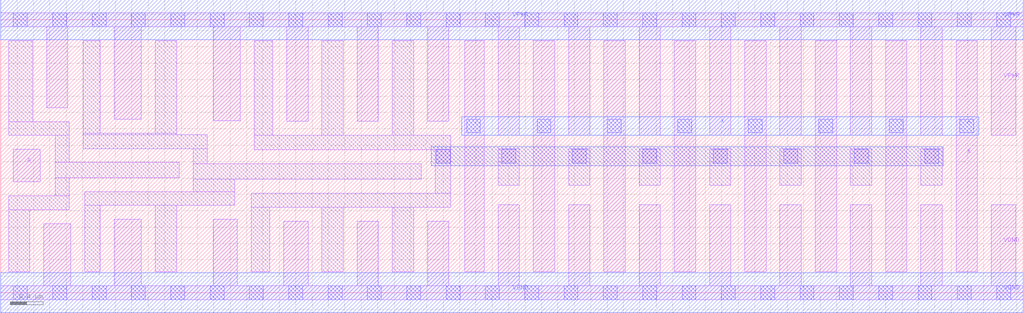
<source format=lef>
# Copyright 2020 The SkyWater PDK Authors
#
# Licensed under the Apache License, Version 2.0 (the "License");
# you may not use this file except in compliance with the License.
# You may obtain a copy of the License at
#
#     https://www.apache.org/licenses/LICENSE-2.0
#
# Unless required by applicable law or agreed to in writing, software
# distributed under the License is distributed on an "AS IS" BASIS,
# WITHOUT WARRANTIES OR CONDITIONS OF ANY KIND, either express or implied.
# See the License for the specific language governing permissions and
# limitations under the License.
#
# SPDX-License-Identifier: Apache-2.0

VERSION 5.7 ;
  NAMESCASESENSITIVE ON ;
  NOWIREEXTENSIONATPIN ON ;
  DIVIDERCHAR "/" ;
  BUSBITCHARS "[]" ;
UNITS
  DATABASE MICRONS 200 ;
END UNITS
MACRO sky130_fd_sc_lp__bufbuf_16
  CLASS CORE ;
  SOURCE USER ;
  FOREIGN sky130_fd_sc_lp__bufbuf_16 ;
  ORIGIN  0.000000  0.000000 ;
  SIZE  12.48000 BY  3.330000 ;
  SYMMETRY X Y R90 ;
  SITE unit ;
  PIN A
    ANTENNAGATEAREA  0.315000 ;
    DIRECTION INPUT ;
    USE SIGNAL ;
    PORT
      LAYER li1 ;
        RECT 0.155000 1.355000 0.485000 1.750000 ;
    END
  END A
  PIN X
    ANTENNADIFFAREA  4.704000 ;
    DIRECTION OUTPUT ;
    USE SIGNAL ;
    PORT
      LAYER li1 ;
        RECT  5.665000 0.255000  5.900000 3.075000 ;
        RECT  6.500000 0.255000  6.760000 3.075000 ;
        RECT  7.360000 0.255000  7.620000 3.075000 ;
        RECT  8.220000 0.255000  8.480000 3.075000 ;
        RECT  9.080000 0.255000  9.340000 3.075000 ;
        RECT  9.940000 0.255000 10.200000 3.075000 ;
        RECT 10.800000 0.255000 11.060000 3.075000 ;
        RECT 11.660000 0.255000 11.920000 3.075000 ;
      LAYER mcon ;
        RECT  5.685000 1.950000  5.855000 2.120000 ;
        RECT  6.545000 1.950000  6.715000 2.120000 ;
        RECT  7.405000 1.950000  7.575000 2.120000 ;
        RECT  8.265000 1.950000  8.435000 2.120000 ;
        RECT  9.125000 1.950000  9.295000 2.120000 ;
        RECT  9.985000 1.950000 10.155000 2.120000 ;
        RECT 10.845000 1.950000 11.015000 2.120000 ;
        RECT 11.705000 1.950000 11.875000 2.120000 ;
      LAYER met1 ;
        RECT 5.625000 1.920000 11.935000 2.150000 ;
    END
  END X
  PIN VGND
    DIRECTION INOUT ;
    USE GROUND ;
    PORT
      LAYER li1 ;
        RECT  0.000000 -0.085000 12.480000 0.085000 ;
        RECT  0.525000  0.085000  0.855000 0.845000 ;
        RECT  1.385000  0.085000  1.715000 0.895000 ;
        RECT  2.595000  0.085000  2.885000 0.895000 ;
        RECT  3.455000  0.085000  3.750000 0.875000 ;
        RECT  4.350000  0.085000  4.610000 0.875000 ;
        RECT  5.210000  0.085000  5.470000 0.875000 ;
        RECT  6.070000  0.085000  6.330000 1.075000 ;
        RECT  6.930000  0.085000  7.190000 1.075000 ;
        RECT  7.790000  0.085000  8.050000 1.075000 ;
        RECT  8.650000  0.085000  8.910000 1.075000 ;
        RECT  9.510000  0.085000  9.770000 1.075000 ;
        RECT 10.370000  0.085000 10.630000 1.075000 ;
        RECT 11.230000  0.085000 11.490000 1.075000 ;
        RECT 12.090000  0.085000 12.385000 1.075000 ;
      LAYER mcon ;
        RECT  0.155000 -0.085000  0.325000 0.085000 ;
        RECT  0.635000 -0.085000  0.805000 0.085000 ;
        RECT  1.115000 -0.085000  1.285000 0.085000 ;
        RECT  1.595000 -0.085000  1.765000 0.085000 ;
        RECT  2.075000 -0.085000  2.245000 0.085000 ;
        RECT  2.555000 -0.085000  2.725000 0.085000 ;
        RECT  3.035000 -0.085000  3.205000 0.085000 ;
        RECT  3.515000 -0.085000  3.685000 0.085000 ;
        RECT  3.995000 -0.085000  4.165000 0.085000 ;
        RECT  4.475000 -0.085000  4.645000 0.085000 ;
        RECT  4.955000 -0.085000  5.125000 0.085000 ;
        RECT  5.435000 -0.085000  5.605000 0.085000 ;
        RECT  5.915000 -0.085000  6.085000 0.085000 ;
        RECT  6.395000 -0.085000  6.565000 0.085000 ;
        RECT  6.875000 -0.085000  7.045000 0.085000 ;
        RECT  7.355000 -0.085000  7.525000 0.085000 ;
        RECT  7.835000 -0.085000  8.005000 0.085000 ;
        RECT  8.315000 -0.085000  8.485000 0.085000 ;
        RECT  8.795000 -0.085000  8.965000 0.085000 ;
        RECT  9.275000 -0.085000  9.445000 0.085000 ;
        RECT  9.755000 -0.085000  9.925000 0.085000 ;
        RECT 10.235000 -0.085000 10.405000 0.085000 ;
        RECT 10.715000 -0.085000 10.885000 0.085000 ;
        RECT 11.195000 -0.085000 11.365000 0.085000 ;
        RECT 11.675000 -0.085000 11.845000 0.085000 ;
        RECT 12.155000 -0.085000 12.325000 0.085000 ;
      LAYER met1 ;
        RECT 0.000000 -0.245000 12.480000 0.245000 ;
    END
  END VGND
  PIN VPWR
    DIRECTION INOUT ;
    USE POWER ;
    PORT
      LAYER li1 ;
        RECT  0.000000 3.245000 12.480000 3.415000 ;
        RECT  0.560000 2.260000  0.820000 3.245000 ;
        RECT  1.385000 2.115000  1.715000 3.245000 ;
        RECT  2.595000 2.100000  2.925000 3.245000 ;
        RECT  3.490000 2.095000  3.750000 3.245000 ;
        RECT  4.350000 2.095000  4.610000 3.245000 ;
        RECT  5.210000 2.095000  5.470000 3.245000 ;
        RECT  6.070000 1.925000  6.330000 3.245000 ;
        RECT  6.930000 1.925000  7.190000 3.245000 ;
        RECT  7.790000 1.925000  8.050000 3.245000 ;
        RECT  8.650000 1.925000  8.910000 3.245000 ;
        RECT  9.510000 1.925000  9.770000 3.245000 ;
        RECT 10.370000 1.925000 10.630000 3.245000 ;
        RECT 11.230000 1.925000 11.490000 3.245000 ;
        RECT 12.090000 1.925000 12.385000 3.245000 ;
      LAYER mcon ;
        RECT  0.155000 3.245000  0.325000 3.415000 ;
        RECT  0.635000 3.245000  0.805000 3.415000 ;
        RECT  1.115000 3.245000  1.285000 3.415000 ;
        RECT  1.595000 3.245000  1.765000 3.415000 ;
        RECT  2.075000 3.245000  2.245000 3.415000 ;
        RECT  2.555000 3.245000  2.725000 3.415000 ;
        RECT  3.035000 3.245000  3.205000 3.415000 ;
        RECT  3.515000 3.245000  3.685000 3.415000 ;
        RECT  3.995000 3.245000  4.165000 3.415000 ;
        RECT  4.475000 3.245000  4.645000 3.415000 ;
        RECT  4.955000 3.245000  5.125000 3.415000 ;
        RECT  5.435000 3.245000  5.605000 3.415000 ;
        RECT  5.915000 3.245000  6.085000 3.415000 ;
        RECT  6.395000 3.245000  6.565000 3.415000 ;
        RECT  6.875000 3.245000  7.045000 3.415000 ;
        RECT  7.355000 3.245000  7.525000 3.415000 ;
        RECT  7.835000 3.245000  8.005000 3.415000 ;
        RECT  8.315000 3.245000  8.485000 3.415000 ;
        RECT  8.795000 3.245000  8.965000 3.415000 ;
        RECT  9.275000 3.245000  9.445000 3.415000 ;
        RECT  9.755000 3.245000  9.925000 3.415000 ;
        RECT 10.235000 3.245000 10.405000 3.415000 ;
        RECT 10.715000 3.245000 10.885000 3.415000 ;
        RECT 11.195000 3.245000 11.365000 3.415000 ;
        RECT 11.675000 3.245000 11.845000 3.415000 ;
        RECT 12.155000 3.245000 12.325000 3.415000 ;
      LAYER met1 ;
        RECT 0.000000 3.085000 12.480000 3.575000 ;
    END
  END VPWR
  OBS
    LAYER li1 ;
      RECT  0.095000 0.255000  0.355000 1.015000 ;
      RECT  0.095000 1.015000  0.835000 1.185000 ;
      RECT  0.095000 1.920000  0.835000 2.090000 ;
      RECT  0.095000 2.090000  0.390000 3.075000 ;
      RECT  0.665000 1.185000  0.835000 1.405000 ;
      RECT  0.665000 1.405000  2.180000 1.590000 ;
      RECT  0.665000 1.590000  0.835000 1.920000 ;
      RECT  1.005000 1.760000  2.520000 1.930000 ;
      RECT  1.005000 1.930000  2.145000 1.945000 ;
      RECT  1.005000 1.945000  1.215000 3.075000 ;
      RECT  1.025000 0.255000  1.215000 1.065000 ;
      RECT  1.025000 1.065000  2.855000 1.235000 ;
      RECT  1.885000 0.255000  2.145000 1.065000 ;
      RECT  1.885000 1.945000  2.145000 3.075000 ;
      RECT  2.350000 1.235000  2.855000 1.385000 ;
      RECT  2.350000 1.385000  5.135000 1.575000 ;
      RECT  2.350000 1.575000  2.520000 1.760000 ;
      RECT  3.055000 0.255000  3.285000 1.045000 ;
      RECT  3.055000 1.045000  5.495000 1.215000 ;
      RECT  3.095000 1.745000  5.495000 1.925000 ;
      RECT  3.095000 1.925000  3.320000 3.075000 ;
      RECT  3.920000 0.255000  4.180000 1.045000 ;
      RECT  3.920000 1.925000  4.180000 3.075000 ;
      RECT  4.780000 0.255000  5.040000 1.045000 ;
      RECT  4.780000 1.925000  5.040000 3.075000 ;
      RECT  5.305000 1.215000  5.495000 1.745000 ;
      RECT  6.070000 1.315000  6.330000 1.755000 ;
      RECT  6.930000 1.315000  7.190000 1.755000 ;
      RECT  7.790000 1.315000  8.050000 1.755000 ;
      RECT  8.650000 1.315000  8.910000 1.755000 ;
      RECT  9.510000 1.315000  9.770000 1.755000 ;
      RECT 10.370000 1.315000 10.630000 1.755000 ;
      RECT 11.230000 1.315000 11.490000 1.755000 ;
    LAYER mcon ;
      RECT  5.315000 1.580000  5.485000 1.750000 ;
      RECT  6.115000 1.580000  6.285000 1.750000 ;
      RECT  6.975000 1.580000  7.145000 1.750000 ;
      RECT  7.835000 1.580000  8.005000 1.750000 ;
      RECT  8.695000 1.580000  8.865000 1.750000 ;
      RECT  9.555000 1.580000  9.725000 1.750000 ;
      RECT 10.415000 1.580000 10.585000 1.750000 ;
      RECT 11.275000 1.580000 11.445000 1.750000 ;
    LAYER met1 ;
      RECT 5.255000 1.550000 11.505000 1.780000 ;
  END
END sky130_fd_sc_lp__bufbuf_16

</source>
